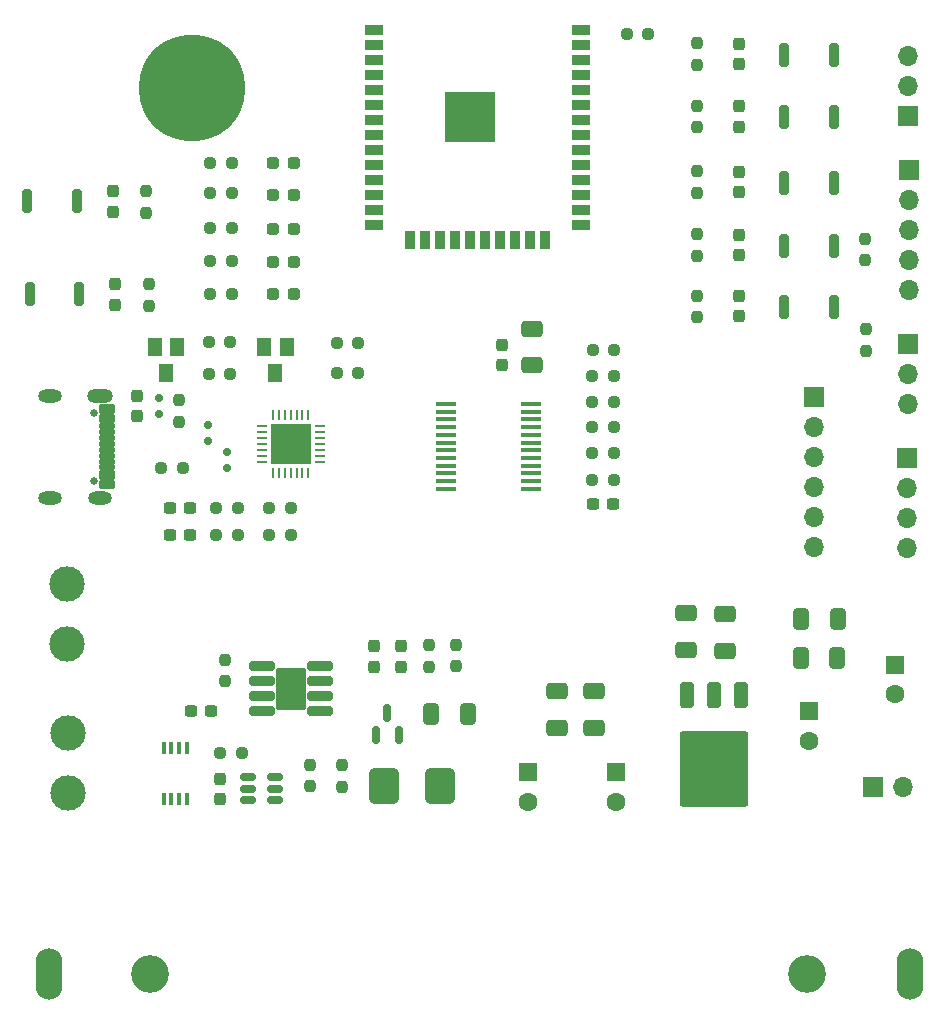
<source format=gts>
G04 #@! TF.GenerationSoftware,KiCad,Pcbnew,7.0.8*
G04 #@! TF.CreationDate,2023-11-10T10:01:46+08:00*
G04 #@! TF.ProjectId,ESPCARproject,45535043-4152-4707-926f-6a6563742e6b,rev?*
G04 #@! TF.SameCoordinates,Original*
G04 #@! TF.FileFunction,Soldermask,Top*
G04 #@! TF.FilePolarity,Negative*
%FSLAX46Y46*%
G04 Gerber Fmt 4.6, Leading zero omitted, Abs format (unit mm)*
G04 Created by KiCad (PCBNEW 7.0.8) date 2023-11-10 10:01:46*
%MOMM*%
%LPD*%
G01*
G04 APERTURE LIST*
G04 Aperture macros list*
%AMRoundRect*
0 Rectangle with rounded corners*
0 $1 Rounding radius*
0 $2 $3 $4 $5 $6 $7 $8 $9 X,Y pos of 4 corners*
0 Add a 4 corners polygon primitive as box body*
4,1,4,$2,$3,$4,$5,$6,$7,$8,$9,$2,$3,0*
0 Add four circle primitives for the rounded corners*
1,1,$1+$1,$2,$3*
1,1,$1+$1,$4,$5*
1,1,$1+$1,$6,$7*
1,1,$1+$1,$8,$9*
0 Add four rect primitives between the rounded corners*
20,1,$1+$1,$2,$3,$4,$5,0*
20,1,$1+$1,$4,$5,$6,$7,0*
20,1,$1+$1,$6,$7,$8,$9,0*
20,1,$1+$1,$8,$9,$2,$3,0*%
G04 Aperture macros list end*
%ADD10RoundRect,0.102000X0.500000X0.700000X-0.500000X0.700000X-0.500000X-0.700000X0.500000X-0.700000X0*%
%ADD11RoundRect,0.237500X0.237500X-0.250000X0.237500X0.250000X-0.237500X0.250000X-0.237500X-0.250000X0*%
%ADD12C,0.650000*%
%ADD13RoundRect,0.102000X-0.570000X0.150000X-0.570000X-0.150000X0.570000X-0.150000X0.570000X0.150000X0*%
%ADD14O,2.204000X1.204000*%
%ADD15O,2.004000X1.104000*%
%ADD16RoundRect,0.237500X-0.237500X0.250000X-0.237500X-0.250000X0.237500X-0.250000X0.237500X0.250000X0*%
%ADD17RoundRect,0.237500X-0.250000X-0.237500X0.250000X-0.237500X0.250000X0.237500X-0.250000X0.237500X0*%
%ADD18R,1.700000X1.700000*%
%ADD19O,1.700000X1.700000*%
%ADD20RoundRect,0.237500X0.237500X-0.300000X0.237500X0.300000X-0.237500X0.300000X-0.237500X-0.300000X0*%
%ADD21RoundRect,0.237500X-0.237500X0.300000X-0.237500X-0.300000X0.237500X-0.300000X0.237500X0.300000X0*%
%ADD22RoundRect,0.200000X-0.200000X-0.800000X0.200000X-0.800000X0.200000X0.800000X-0.200000X0.800000X0*%
%ADD23RoundRect,0.237500X0.300000X0.237500X-0.300000X0.237500X-0.300000X-0.237500X0.300000X-0.237500X0*%
%ADD24RoundRect,0.144000X-0.943000X-0.258000X0.943000X-0.258000X0.943000X0.258000X-0.943000X0.258000X0*%
%ADD25RoundRect,0.102000X-1.206500X-1.651000X1.206500X-1.651000X1.206500X1.651000X-1.206500X1.651000X0*%
%ADD26RoundRect,0.237500X0.237500X-0.287500X0.237500X0.287500X-0.237500X0.287500X-0.237500X-0.287500X0*%
%ADD27RoundRect,0.150000X-0.200000X0.150000X-0.200000X-0.150000X0.200000X-0.150000X0.200000X0.150000X0*%
%ADD28RoundRect,0.237500X0.250000X0.237500X-0.250000X0.237500X-0.250000X-0.237500X0.250000X-0.237500X0*%
%ADD29RoundRect,0.237500X-0.300000X-0.237500X0.300000X-0.237500X0.300000X0.237500X-0.300000X0.237500X0*%
%ADD30R,1.500000X0.900000*%
%ADD31R,0.900000X1.500000*%
%ADD32C,0.600000*%
%ADD33R,4.200000X4.200000*%
%ADD34RoundRect,0.150000X0.150000X-0.587500X0.150000X0.587500X-0.150000X0.587500X-0.150000X-0.587500X0*%
%ADD35C,3.000000*%
%ADD36RoundRect,0.250000X-0.650000X0.412500X-0.650000X-0.412500X0.650000X-0.412500X0.650000X0.412500X0*%
%ADD37RoundRect,0.150000X0.200000X-0.150000X0.200000X0.150000X-0.200000X0.150000X-0.200000X-0.150000X0*%
%ADD38R,0.400000X1.100000*%
%ADD39RoundRect,0.237500X0.287500X0.237500X-0.287500X0.237500X-0.287500X-0.237500X0.287500X-0.237500X0*%
%ADD40R,1.600000X1.600000*%
%ADD41C,1.600000*%
%ADD42RoundRect,0.150000X0.512500X0.150000X-0.512500X0.150000X-0.512500X-0.150000X0.512500X-0.150000X0*%
%ADD43RoundRect,0.250000X-0.350000X0.850000X-0.350000X-0.850000X0.350000X-0.850000X0.350000X0.850000X0*%
%ADD44RoundRect,0.249997X-2.650003X2.950003X-2.650003X-2.950003X2.650003X-2.950003X2.650003X2.950003X0*%
%ADD45RoundRect,0.250000X0.412500X0.650000X-0.412500X0.650000X-0.412500X-0.650000X0.412500X-0.650000X0*%
%ADD46C,3.200000*%
%ADD47O,2.274000X4.344000*%
%ADD48R,1.750000X0.450000*%
%ADD49RoundRect,0.062500X-0.337500X-0.062500X0.337500X-0.062500X0.337500X0.062500X-0.337500X0.062500X0*%
%ADD50RoundRect,0.062500X-0.062500X-0.337500X0.062500X-0.337500X0.062500X0.337500X-0.062500X0.337500X0*%
%ADD51R,3.350000X3.350000*%
%ADD52C,9.000000*%
%ADD53RoundRect,0.250000X-0.412500X-0.650000X0.412500X-0.650000X0.412500X0.650000X-0.412500X0.650000X0*%
%ADD54RoundRect,0.373135X0.876865X1.126865X-0.876865X1.126865X-0.876865X-1.126865X0.876865X-1.126865X0*%
G04 APERTURE END LIST*
D10*
X122200000Y-76519250D03*
X121250000Y-78719250D03*
X120300000Y-76519250D03*
D11*
X126270000Y-104832500D03*
X126270000Y-103007500D03*
D12*
X115180000Y-82105000D03*
X115180000Y-87885000D03*
D13*
X116250000Y-81645000D03*
X116250000Y-82445000D03*
X116250000Y-83745000D03*
X116250000Y-84745000D03*
X116250000Y-85245000D03*
X116250000Y-86245000D03*
X116250000Y-87545000D03*
X116250000Y-88345000D03*
X116250000Y-88045000D03*
X116250000Y-87245000D03*
X116250000Y-86745000D03*
X116250000Y-85745000D03*
X116250000Y-84245000D03*
X116250000Y-83245000D03*
X116250000Y-82745000D03*
X116250000Y-81945000D03*
D14*
X115660000Y-80670000D03*
D15*
X115660000Y-89320000D03*
X111480000Y-80670000D03*
X111480000Y-89320000D03*
D16*
X119610000Y-63365000D03*
X119610000Y-65190000D03*
D11*
X180430000Y-69207500D03*
X180430000Y-67382500D03*
D17*
X135717500Y-76209250D03*
X137542500Y-76209250D03*
D11*
X143510000Y-103642500D03*
X143510000Y-101817500D03*
D18*
X176120000Y-80790000D03*
D19*
X176120000Y-83330000D03*
X176120000Y-85870000D03*
X176120000Y-88410000D03*
X176120000Y-90950000D03*
X176120000Y-93490000D03*
D20*
X125820000Y-114812500D03*
X125820000Y-113087500D03*
D21*
X116800000Y-63375000D03*
X116800000Y-65100000D03*
D17*
X129992500Y-90190000D03*
X131817500Y-90190000D03*
D21*
X169810000Y-67045000D03*
X169810000Y-68770000D03*
D22*
X109710000Y-72047500D03*
X113910000Y-72047500D03*
D23*
X123295000Y-90190000D03*
X121570000Y-90190000D03*
D24*
X129380000Y-103575000D03*
X129380000Y-104845000D03*
X129380000Y-106115000D03*
X129380000Y-107385000D03*
X134330000Y-107385000D03*
X134330000Y-106115000D03*
X134330000Y-104845000D03*
X134330000Y-103575000D03*
D25*
X131855000Y-105480000D03*
D17*
X157365000Y-81175000D03*
X159190000Y-81175000D03*
D16*
X133442500Y-111930000D03*
X133442500Y-113755000D03*
D19*
X184190000Y-71755000D03*
X184190000Y-69215000D03*
X184190000Y-66675000D03*
X184190000Y-64135000D03*
D18*
X184190000Y-61595000D03*
D26*
X138870000Y-103652500D03*
X138870000Y-101902500D03*
D17*
X160277500Y-50060000D03*
X162102500Y-50060000D03*
D27*
X126440000Y-86830000D03*
X126440000Y-85430000D03*
D17*
X135735000Y-78729250D03*
X137560000Y-78729250D03*
D28*
X126702500Y-78819250D03*
X124877500Y-78819250D03*
D29*
X157417500Y-89880000D03*
X159142500Y-89880000D03*
D30*
X138905000Y-49702500D03*
X138905000Y-50972500D03*
X138905000Y-52242500D03*
X138905000Y-53512500D03*
X138905000Y-54782500D03*
X138905000Y-56052500D03*
X138905000Y-57322500D03*
X138905000Y-58592500D03*
X138905000Y-59862500D03*
X138905000Y-61132500D03*
X138905000Y-62402500D03*
X138905000Y-63672500D03*
X138905000Y-64942500D03*
X138905000Y-66212500D03*
D31*
X141945000Y-67462500D03*
X143215000Y-67462500D03*
X144485000Y-67462500D03*
X145755000Y-67462500D03*
X147025000Y-67462500D03*
X148295000Y-67462500D03*
X149565000Y-67462500D03*
X150835000Y-67462500D03*
X152105000Y-67462500D03*
X153375000Y-67462500D03*
D30*
X156405000Y-66212500D03*
X156405000Y-64942500D03*
X156405000Y-63672500D03*
X156405000Y-62402500D03*
X156405000Y-61132500D03*
X156405000Y-59862500D03*
X156405000Y-58592500D03*
X156405000Y-57322500D03*
X156405000Y-56052500D03*
X156405000Y-54782500D03*
X156405000Y-53512500D03*
X156405000Y-52242500D03*
X156405000Y-50972500D03*
X156405000Y-49702500D03*
D32*
X145450000Y-56280000D03*
X145450000Y-57805000D03*
X146212500Y-55517500D03*
X146212500Y-57042500D03*
X146212500Y-58567500D03*
X146975000Y-56280000D03*
D33*
X146975000Y-57042500D03*
D32*
X146975000Y-57805000D03*
X147737500Y-55517500D03*
X147737500Y-57042500D03*
X147737500Y-58567500D03*
X148500000Y-56280000D03*
X148500000Y-57805000D03*
D22*
X109520000Y-64187500D03*
X113720000Y-64187500D03*
D11*
X145790000Y-103592500D03*
X145790000Y-101767500D03*
D34*
X139062500Y-109395000D03*
X140962500Y-109395000D03*
X140012500Y-107520000D03*
D22*
X173620000Y-51797500D03*
X177820000Y-51797500D03*
X173620000Y-73180000D03*
X177820000Y-73180000D03*
D35*
X113007500Y-114295000D03*
X113007500Y-109215000D03*
D36*
X154390000Y-105647500D03*
X154390000Y-108772500D03*
D37*
X120660000Y-80830000D03*
X120660000Y-82230000D03*
D38*
X123012500Y-110482500D03*
X122362500Y-110482500D03*
X121712500Y-110482500D03*
X121062500Y-110482500D03*
X121062500Y-114782500D03*
X121712500Y-114782500D03*
X122362500Y-114782500D03*
X123012500Y-114782500D03*
D16*
X166190000Y-50805000D03*
X166190000Y-52630000D03*
D39*
X132065000Y-63647500D03*
X130315000Y-63647500D03*
D11*
X180540000Y-76860000D03*
X180540000Y-75035000D03*
D40*
X175730000Y-107370000D03*
D41*
X175730000Y-109870000D03*
D22*
X173620000Y-57110000D03*
X177820000Y-57110000D03*
D39*
X132065000Y-69377500D03*
X130315000Y-69377500D03*
D17*
X125000000Y-60997500D03*
X126825000Y-60997500D03*
D21*
X169810000Y-56167500D03*
X169810000Y-57892500D03*
D36*
X168617500Y-99120000D03*
X168617500Y-102245000D03*
D18*
X183980000Y-85980000D03*
D19*
X183980000Y-88520000D03*
X183980000Y-91060000D03*
X183980000Y-93600000D03*
D16*
X166190000Y-61657500D03*
X166190000Y-63482500D03*
D17*
X157380000Y-76795000D03*
X159205000Y-76795000D03*
D16*
X166190000Y-72187500D03*
X166190000Y-74012500D03*
D36*
X157500000Y-105647500D03*
X157500000Y-108772500D03*
X152220000Y-74982500D03*
X152220000Y-78107500D03*
D28*
X127345000Y-92450000D03*
X125520000Y-92450000D03*
D17*
X157342500Y-87795000D03*
X159167500Y-87795000D03*
D26*
X141170000Y-103630000D03*
X141170000Y-101880000D03*
D23*
X123295000Y-92460000D03*
X121570000Y-92460000D03*
D16*
X166190000Y-66995000D03*
X166190000Y-68820000D03*
D42*
X130510000Y-114890000D03*
X130510000Y-113940000D03*
X130510000Y-112990000D03*
X128235000Y-112990000D03*
X128235000Y-113940000D03*
X128235000Y-114890000D03*
D39*
X132065000Y-66517500D03*
X130315000Y-66517500D03*
D43*
X169967500Y-105995000D03*
X167687500Y-105995000D03*
D44*
X167687500Y-112295000D03*
D43*
X165407500Y-105995000D03*
D40*
X159350000Y-112550000D03*
D41*
X159350000Y-115050000D03*
D39*
X132065000Y-60937500D03*
X130315000Y-60937500D03*
D21*
X118800000Y-80657500D03*
X118800000Y-82382500D03*
D17*
X125520000Y-90180000D03*
X127345000Y-90180000D03*
D20*
X149680000Y-78110000D03*
X149680000Y-76385000D03*
D40*
X183000000Y-103460000D03*
D41*
X183000000Y-105960000D03*
D18*
X184120000Y-56957500D03*
D19*
X184120000Y-54417500D03*
X184120000Y-51877500D03*
D17*
X157357500Y-83345000D03*
X159182500Y-83345000D03*
X157350000Y-85535000D03*
X159175000Y-85535000D03*
D22*
X173620000Y-62650000D03*
X177820000Y-62650000D03*
D37*
X124860000Y-83142500D03*
X124860000Y-84542500D03*
D21*
X116990000Y-71235000D03*
X116990000Y-72960000D03*
D18*
X181110000Y-113820000D03*
D19*
X183650000Y-113820000D03*
D45*
X146825000Y-107655000D03*
X143700000Y-107655000D03*
D17*
X120877500Y-86750000D03*
X122702500Y-86750000D03*
X125857500Y-110930000D03*
X127682500Y-110930000D03*
D11*
X122400000Y-82882500D03*
X122400000Y-81057500D03*
D17*
X124877500Y-76139250D03*
X126702500Y-76139250D03*
D21*
X169810000Y-61707500D03*
X169810000Y-63432500D03*
D23*
X125092500Y-107390000D03*
X123367500Y-107390000D03*
D28*
X131817500Y-92460000D03*
X129992500Y-92460000D03*
D16*
X166190000Y-56117500D03*
X166190000Y-57942500D03*
X119800000Y-71225000D03*
X119800000Y-73050000D03*
D17*
X125000000Y-69257500D03*
X126825000Y-69257500D03*
D46*
X119895000Y-129630000D03*
X175510000Y-129630000D03*
D47*
X111400000Y-129630000D03*
X184300000Y-129630000D03*
D48*
X144990000Y-81385000D03*
X144990000Y-82035000D03*
X144990000Y-82685000D03*
X144990000Y-83335000D03*
X144990000Y-83985000D03*
X144990000Y-84635000D03*
X144990000Y-85285000D03*
X144990000Y-85935000D03*
X144990000Y-86585000D03*
X144990000Y-87235000D03*
X144990000Y-87885000D03*
X144990000Y-88535000D03*
X152190000Y-88535000D03*
X152190000Y-87885000D03*
X152190000Y-87235000D03*
X152190000Y-86585000D03*
X152190000Y-85935000D03*
X152190000Y-85285000D03*
X152190000Y-84635000D03*
X152190000Y-83985000D03*
X152190000Y-83335000D03*
X152190000Y-82685000D03*
X152190000Y-82035000D03*
X152190000Y-81385000D03*
D49*
X129370000Y-83270000D03*
X129370000Y-83770000D03*
X129370000Y-84270000D03*
X129370000Y-84770000D03*
X129370000Y-85270000D03*
X129370000Y-85770000D03*
X129370000Y-86270000D03*
D50*
X130320000Y-87220000D03*
X130820000Y-87220000D03*
X131320000Y-87220000D03*
X131820000Y-87220000D03*
X132320000Y-87220000D03*
X132820000Y-87220000D03*
X133320000Y-87220000D03*
D49*
X134270000Y-86270000D03*
X134270000Y-85770000D03*
X134270000Y-85270000D03*
X134270000Y-84770000D03*
X134270000Y-84270000D03*
X134270000Y-83770000D03*
X134270000Y-83270000D03*
D50*
X133320000Y-82320000D03*
X132820000Y-82320000D03*
X132320000Y-82320000D03*
X131820000Y-82320000D03*
X131320000Y-82320000D03*
X130820000Y-82320000D03*
X130320000Y-82320000D03*
D51*
X131820000Y-84770000D03*
D17*
X157372500Y-78985000D03*
X159197500Y-78985000D03*
D39*
X132065000Y-72047500D03*
X130315000Y-72047500D03*
D21*
X169810000Y-72237500D03*
X169810000Y-73962500D03*
D17*
X125000000Y-63497500D03*
X126825000Y-63497500D03*
D21*
X169810000Y-50855000D03*
X169810000Y-52580000D03*
D17*
X125000000Y-72057500D03*
X126825000Y-72057500D03*
D36*
X165277500Y-99042500D03*
X165277500Y-102167500D03*
D52*
X123440000Y-54620000D03*
D53*
X174987500Y-102910000D03*
X178112500Y-102910000D03*
D18*
X184100000Y-76260000D03*
D19*
X184100000Y-78800000D03*
X184100000Y-81340000D03*
D54*
X144475000Y-113720000D03*
X139715000Y-113720000D03*
D17*
X125000000Y-66487500D03*
X126825000Y-66487500D03*
D53*
X175009875Y-99560000D03*
X178134875Y-99560000D03*
D10*
X131480000Y-76559250D03*
X130530000Y-78759250D03*
X129580000Y-76559250D03*
D35*
X112907500Y-101705000D03*
X112907500Y-96625000D03*
D22*
X173620000Y-67987500D03*
X177820000Y-67987500D03*
D11*
X136152500Y-113765000D03*
X136152500Y-111940000D03*
D40*
X151910000Y-112550000D03*
D41*
X151910000Y-115050000D03*
M02*

</source>
